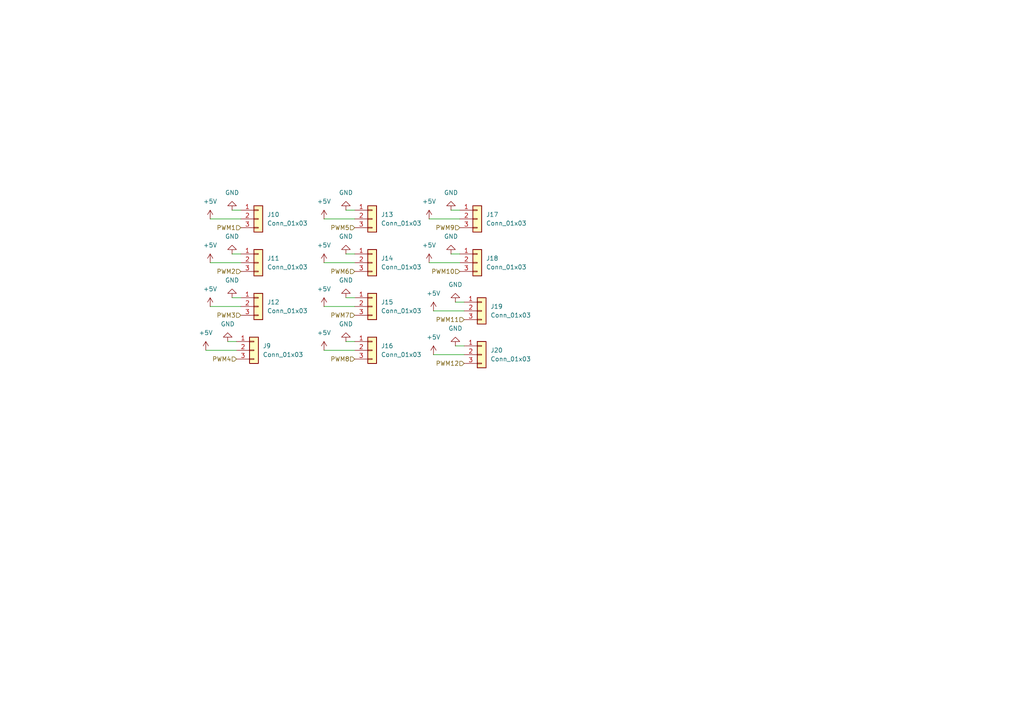
<source format=kicad_sch>
(kicad_sch (version 20250114) (generator "eeschema") (generator_version "9.0")
  (paper "A4")
  (lib_symbols
    (symbol "Connector_Generic:Conn_01x03" (pin_names (offset 1.016) (hide yes))
      (property "Reference" "J" (at 0 5.08 0))
      (property "Value" "Conn_01x03" (at 0 -5.08 0))
      (symbol "Conn_01x03_1_1"
        (rectangle (start -1.27 3.81) (end 1.27 -3.81) (stroke (width 0.254)) (fill (type background)))
        (rectangle (start -1.27 2.667) (end 0 2.413) (stroke (width 0.1524)))
        (rectangle (start -1.27 0.127) (end 0 -0.127) (stroke (width 0.1524)))
        (rectangle (start -1.27 -2.413) (end 0 -2.667) (stroke (width 0.1524)))
        (pin passive line (at -5.08 2.54 0) (length 3.81) (name "Pin_1") (number "1"))
        (pin passive line (at -5.08 0 0) (length 3.81) (name "Pin_2") (number "2"))
        (pin passive line (at -5.08 -2.54 0) (length 3.81) (name "Pin_3") (number "3"))
      )
    )
    (symbol "power:+5V" (power) (pin_numbers (hide yes)) (pin_names (offset 0) (hide yes))
      (property "Value" "+5V" (at 0 3.556 0))
      (symbol "+5V_0_1"
        (polyline (pts (xy -0.762 1.27) (xy 0 2.54)))
        (polyline (pts (xy 0 2.54) (xy 0.762 1.27)))
        (polyline (pts (xy 0 0) (xy 0 2.54)))
      )
      (symbol "+5V_1_1"
        (pin power_in line (at 0 0 90) (length 0) (name "~") (number "1"))
      )
    )
    (symbol "power:GND" (power) (pin_numbers (hide yes)) (pin_names (offset 0) (hide yes))
      (property "Value" "GND" (at 0 -3.81 0))
      (symbol "GND_0_1"
        (polyline (pts (xy 0 0) (xy 0 -1.27) (xy 1.27 -1.27) (xy 0 -2.54) (xy -1.27 -1.27) (xy 0 -1.27)))
      )
      (symbol "GND_1_1"
        (pin power_in line (at 0 0 270) (length 0) (name "~") (number "1"))
      )
    )
  )
  (wire (pts (xy 132.08 87.63) (xy 134.62 87.63)))
  (wire (pts (xy 67.31 86.36) (xy 69.85 86.36)))
  (wire (pts (xy 60.96 63.5) (xy 69.85 63.5)))
  (wire (pts (xy 132.08 100.33) (xy 134.62 100.33)))
  (wire (pts (xy 100.33 60.96) (xy 102.87 60.96)))
  (wire (pts (xy 66.04 99.06) (xy 68.58 99.06)))
  (wire (pts (xy 67.31 73.66) (xy 69.85 73.66)))
  (wire (pts (xy 93.98 88.9) (xy 102.87 88.9)))
  (wire (pts (xy 100.33 73.66) (xy 102.87 73.66)))
  (wire (pts (xy 93.98 63.5) (xy 102.87 63.5)))
  (wire (pts (xy 100.33 86.36) (xy 102.87 86.36)))
  (wire (pts (xy 60.96 76.2) (xy 69.85 76.2)))
  (wire (pts (xy 67.31 60.96) (xy 69.85 60.96)))
  (wire (pts (xy 124.46 76.2) (xy 133.35 76.2)))
  (wire (pts (xy 125.73 90.17) (xy 134.62 90.17)))
  (wire (pts (xy 130.81 60.96) (xy 133.35 60.96)))
  (wire (pts (xy 130.81 73.66) (xy 133.35 73.66)))
  (wire (pts (xy 93.98 101.6) (xy 102.87 101.6)))
  (wire (pts (xy 93.98 76.2) (xy 102.87 76.2)))
  (wire (pts (xy 100.33 99.06) (xy 102.87 99.06)))
  (wire (pts (xy 59.69 101.6) (xy 68.58 101.6)))
  (wire (pts (xy 125.73 102.87) (xy 134.62 102.87)))
  (wire (pts (xy 124.46 63.5) (xy 133.35 63.5)))
  (wire (pts (xy 60.96 88.9) (xy 69.85 88.9)))
  (hierarchical_label "PWM10" (shape input) (at 133.35 78.74 180))
  (hierarchical_label "PWM4" (shape input) (at 68.58 104.14 180))
  (hierarchical_label "PWM8" (shape input) (at 102.87 104.14 180))
  (hierarchical_label "PWM12" (shape input) (at 134.62 105.41 180))
  (hierarchical_label "PWM6" (shape input) (at 102.87 78.74 180))
  (hierarchical_label "PWM1" (shape input) (at 69.85 66.04 180))
  (hierarchical_label "PWM2" (shape input) (at 69.85 78.74 180))
  (hierarchical_label "PWM11" (shape input) (at 134.62 92.71 180))
  (hierarchical_label "PWM3" (shape input) (at 69.85 91.44 180))
  (hierarchical_label "PWM7" (shape input) (at 102.87 91.44 180))
  (hierarchical_label "PWM9" (shape input) (at 133.35 66.04 180))
  (hierarchical_label "PWM5" (shape input) (at 102.87 66.04 180))
  (symbol (lib_id "Connector_Generic:Conn_01x03") (at 139.7 90.17 0) (unit 1)
    (property "Reference" "J19" (at 142.24 88.8999 0) (effects (justify left)))
    (property "Value" "Conn_01x03" (at 142.24 91.4399 0) (effects (justify left)))
    (property "Footprint" "Connector_JST:JST_EH_B3B-EH-A_1x03_P2.50mm_Vertical" (effects (hide yes)))
    (property "Description" "Generic connector, single row, 01x03, script generated (kicad-library-utils/schlib/autogen/connector/)" (effects (hide yes)))
  )
  (symbol (lib_id "power:GND") (at 130.81 73.66 180) (unit 1)
    (property "Reference" "#PWR041" (effects (hide yes)))
    (property "Value" "GND" (at 130.81 68.58 0))
    (property "Description" "Power symbol creates a global label with name \"GND\" , ground" (effects (hide yes)))
  )
  (symbol (lib_id "power:GND") (at 66.04 99.06 180) (unit 1)
    (property "Reference" "#PWR024" (effects (hide yes)))
    (property "Value" "GND" (at 66.04 93.98 0))
    (property "Description" "Power symbol creates a global label with name \"GND\" , ground" (effects (hide yes)))
  )
  (symbol (lib_id "power:+5V") (at 125.73 90.17 0) (unit 1)
    (property "Reference" "#PWR038" (effects (hide yes)))
    (property "Value" "+5V" (at 125.73 85.09 0))
    (property "Description" "Power symbol creates a global label with name \"+5V\"" (effects (hide yes)))
  )
  (symbol (lib_id "Connector_Generic:Conn_01x03") (at 73.66 101.6 0) (unit 1)
    (property "Reference" "J9" (at 76.2 100.3299 0) (effects (justify left)))
    (property "Value" "Conn_01x03" (at 76.2 102.8699 0) (effects (justify left)))
    (property "Footprint" "Connector_JST:JST_EH_B3B-EH-A_1x03_P2.50mm_Vertical" (effects (hide yes)))
    (property "Description" "Generic connector, single row, 01x03, script generated (kicad-library-utils/schlib/autogen/connector/)" (effects (hide yes)))
  )
  (symbol (lib_id "power:GND") (at 100.33 99.06 180) (unit 1)
    (property "Reference" "#PWR035" (effects (hide yes)))
    (property "Value" "GND" (at 100.33 93.98 0))
    (property "Description" "Power symbol creates a global label with name \"GND\" , ground" (effects (hide yes)))
  )
  (symbol (lib_id "Connector_Generic:Conn_01x03") (at 74.93 88.9 0) (unit 1)
    (property "Reference" "J12" (at 77.47 87.6299 0) (effects (justify left)))
    (property "Value" "Conn_01x03" (at 77.47 90.1699 0) (effects (justify left)))
    (property "Footprint" "Connector_JST:JST_EH_B3B-EH-A_1x03_P2.50mm_Vertical" (effects (hide yes)))
    (property "Description" "Generic connector, single row, 01x03, script generated (kicad-library-utils/schlib/autogen/connector/)" (effects (hide yes)))
  )
  (symbol (lib_id "Connector_Generic:Conn_01x03") (at 107.95 101.6 0) (unit 1)
    (property "Reference" "J16" (at 110.49 100.3299 0) (effects (justify left)))
    (property "Value" "Conn_01x03" (at 110.49 102.8699 0) (effects (justify left)))
    (property "Footprint" "Connector_JST:JST_EH_B3B-EH-A_1x03_P2.50mm_Vertical" (effects (hide yes)))
    (property "Description" "Generic connector, single row, 01x03, script generated (kicad-library-utils/schlib/autogen/connector/)" (effects (hide yes)))
  )
  (symbol (lib_id "power:+5V") (at 124.46 63.5 0) (unit 1)
    (property "Reference" "#PWR036" (effects (hide yes)))
    (property "Value" "+5V" (at 124.46 58.42 0))
    (property "Description" "Power symbol creates a global label with name \"+5V\"" (effects (hide yes)))
  )
  (symbol (lib_id "power:GND") (at 100.33 73.66 180) (unit 1)
    (property "Reference" "#PWR033" (effects (hide yes)))
    (property "Value" "GND" (at 100.33 68.58 0))
    (property "Description" "Power symbol creates a global label with name \"GND\" , ground" (effects (hide yes)))
  )
  (symbol (lib_id "power:GND") (at 100.33 60.96 180) (unit 1)
    (property "Reference" "#PWR032" (effects (hide yes)))
    (property "Value" "GND" (at 100.33 55.88 0))
    (property "Description" "Power symbol creates a global label with name \"GND\" , ground" (effects (hide yes)))
  )
  (symbol (lib_id "power:+5V") (at 60.96 88.9 0) (unit 1)
    (property "Reference" "#PWR023" (effects (hide yes)))
    (property "Value" "+5V" (at 60.96 83.82 0))
    (property "Description" "Power symbol creates a global label with name \"+5V\"" (effects (hide yes)))
  )
  (symbol (lib_id "Connector_Generic:Conn_01x03") (at 107.95 76.2 0) (unit 1)
    (property "Reference" "J14" (at 110.49 74.9299 0) (effects (justify left)))
    (property "Value" "Conn_01x03" (at 110.49 77.4699 0) (effects (justify left)))
    (property "Footprint" "Connector_JST:JST_EH_B3B-EH-A_1x03_P2.50mm_Vertical" (effects (hide yes)))
    (property "Description" "Generic connector, single row, 01x03, script generated (kicad-library-utils/schlib/autogen/connector/)" (effects (hide yes)))
  )
  (symbol (lib_id "power:+5V") (at 60.96 76.2 0) (unit 1)
    (property "Reference" "#PWR022" (effects (hide yes)))
    (property "Value" "+5V" (at 60.96 71.12 0))
    (property "Description" "Power symbol creates a global label with name \"+5V\"" (effects (hide yes)))
  )
  (symbol (lib_id "power:GND") (at 100.33 86.36 180) (unit 1)
    (property "Reference" "#PWR034" (effects (hide yes)))
    (property "Value" "GND" (at 100.33 81.28 0))
    (property "Description" "Power symbol creates a global label with name \"GND\" , ground" (effects (hide yes)))
  )
  (symbol (lib_id "Connector_Generic:Conn_01x03") (at 138.43 63.5 0) (unit 1)
    (property "Reference" "J17" (at 140.97 62.2299 0) (effects (justify left)))
    (property "Value" "Conn_01x03" (at 140.97 64.7699 0) (effects (justify left)))
    (property "Footprint" "Connector_JST:JST_EH_B3B-EH-A_1x03_P2.50mm_Vertical" (effects (hide yes)))
    (property "Description" "Generic connector, single row, 01x03, script generated (kicad-library-utils/schlib/autogen/connector/)" (effects (hide yes)))
  )
  (symbol (lib_id "power:+5V") (at 60.96 63.5 0) (unit 1)
    (property "Reference" "#PWR021" (effects (hide yes)))
    (property "Value" "+5V" (at 60.96 58.42 0))
    (property "Description" "Power symbol creates a global label with name \"+5V\"" (effects (hide yes)))
  )
  (symbol (lib_id "Connector_Generic:Conn_01x03") (at 107.95 88.9 0) (unit 1)
    (property "Reference" "J15" (at 110.49 87.6299 0) (effects (justify left)))
    (property "Value" "Conn_01x03" (at 110.49 90.1699 0) (effects (justify left)))
    (property "Footprint" "Connector_JST:JST_EH_B3B-EH-A_1x03_P2.50mm_Vertical" (effects (hide yes)))
    (property "Description" "Generic connector, single row, 01x03, script generated (kicad-library-utils/schlib/autogen/connector/)" (effects (hide yes)))
  )
  (symbol (lib_id "power:GND") (at 132.08 100.33 180) (unit 1)
    (property "Reference" "#PWR043" (effects (hide yes)))
    (property "Value" "GND" (at 132.08 95.25 0))
    (property "Description" "Power symbol creates a global label with name \"GND\" , ground" (effects (hide yes)))
  )
  (symbol (lib_id "power:GND") (at 67.31 86.36 180) (unit 1)
    (property "Reference" "#PWR027" (effects (hide yes)))
    (property "Value" "GND" (at 67.31 81.28 0))
    (property "Description" "Power symbol creates a global label with name \"GND\" , ground" (effects (hide yes)))
  )
  (symbol (lib_id "power:+5V") (at 93.98 88.9 0) (unit 1)
    (property "Reference" "#PWR030" (effects (hide yes)))
    (property "Value" "+5V" (at 93.98 83.82 0))
    (property "Description" "Power symbol creates a global label with name \"+5V\"" (effects (hide yes)))
  )
  (symbol (lib_id "power:+5V") (at 93.98 63.5 0) (unit 1)
    (property "Reference" "#PWR028" (effects (hide yes)))
    (property "Value" "+5V" (at 93.98 58.42 0))
    (property "Description" "Power symbol creates a global label with name \"+5V\"" (effects (hide yes)))
  )
  (symbol (lib_id "power:GND") (at 130.81 60.96 180) (unit 1)
    (property "Reference" "#PWR040" (effects (hide yes)))
    (property "Value" "GND" (at 130.81 55.88 0))
    (property "Description" "Power symbol creates a global label with name \"GND\" , ground" (effects (hide yes)))
  )
  (symbol (lib_id "Connector_Generic:Conn_01x03") (at 107.95 63.5 0) (unit 1)
    (property "Reference" "J13" (at 110.49 62.2299 0) (effects (justify left)))
    (property "Value" "Conn_01x03" (at 110.49 64.7699 0) (effects (justify left)))
    (property "Footprint" "Connector_JST:JST_EH_B3B-EH-A_1x03_P2.50mm_Vertical" (effects (hide yes)))
    (property "Description" "Generic connector, single row, 01x03, script generated (kicad-library-utils/schlib/autogen/connector/)" (effects (hide yes)))
  )
  (symbol (lib_id "Connector_Generic:Conn_01x03") (at 139.7 102.87 0) (unit 1)
    (property "Reference" "J20" (at 142.24 101.5999 0) (effects (justify left)))
    (property "Value" "Conn_01x03" (at 142.24 104.1399 0) (effects (justify left)))
    (property "Footprint" "Connector_JST:JST_EH_B3B-EH-A_1x03_P2.50mm_Vertical" (effects (hide yes)))
    (property "Description" "Generic connector, single row, 01x03, script generated (kicad-library-utils/schlib/autogen/connector/)" (effects (hide yes)))
  )
  (symbol (lib_id "Connector_Generic:Conn_01x03") (at 138.43 76.2 0) (unit 1)
    (property "Reference" "J18" (at 140.97 74.9299 0) (effects (justify left)))
    (property "Value" "Conn_01x03" (at 140.97 77.4699 0) (effects (justify left)))
    (property "Footprint" "Connector_JST:JST_EH_B3B-EH-A_1x03_P2.50mm_Vertical" (effects (hide yes)))
    (property "Description" "Generic connector, single row, 01x03, script generated (kicad-library-utils/schlib/autogen/connector/)" (effects (hide yes)))
  )
  (symbol (lib_id "power:GND") (at 67.31 73.66 180) (unit 1)
    (property "Reference" "#PWR026" (effects (hide yes)))
    (property "Value" "GND" (at 67.31 68.58 0))
    (property "Description" "Power symbol creates a global label with name \"GND\" , ground" (effects (hide yes)))
  )
  (symbol (lib_id "power:GND") (at 132.08 87.63 180) (unit 1)
    (property "Reference" "#PWR042" (effects (hide yes)))
    (property "Value" "GND" (at 132.08 82.55 0))
    (property "Description" "Power symbol creates a global label with name \"GND\" , ground" (effects (hide yes)))
  )
  (symbol (lib_id "Connector_Generic:Conn_01x03") (at 74.93 63.5 0) (unit 1)
    (property "Reference" "J10" (at 77.47 62.2299 0) (effects (justify left)))
    (property "Value" "Conn_01x03" (at 77.47 64.7699 0) (effects (justify left)))
    (property "Footprint" "Connector_JST:JST_EH_B3B-EH-A_1x03_P2.50mm_Vertical" (effects (hide yes)))
    (property "Description" "Generic connector, single row, 01x03, script generated (kicad-library-utils/schlib/autogen/connector/)" (effects (hide yes)))
  )
  (symbol (lib_id "power:+5V") (at 125.73 102.87 0) (unit 1)
    (property "Reference" "#PWR039" (effects (hide yes)))
    (property "Value" "+5V" (at 125.73 97.79 0))
    (property "Description" "Power symbol creates a global label with name \"+5V\"" (effects (hide yes)))
  )
  (symbol (lib_id "power:+5V") (at 59.69 101.6 0) (unit 1)
    (property "Reference" "#PWR020" (effects (hide yes)))
    (property "Value" "+5V" (at 59.69 96.52 0))
    (property "Description" "Power symbol creates a global label with name \"+5V\"" (effects (hide yes)))
  )
  (symbol (lib_id "power:+5V") (at 93.98 76.2 0) (unit 1)
    (property "Reference" "#PWR029" (effects (hide yes)))
    (property "Value" "+5V" (at 93.98 71.12 0))
    (property "Description" "Power symbol creates a global label with name \"+5V\"" (effects (hide yes)))
  )
  (symbol (lib_id "power:GND") (at 67.31 60.96 180) (unit 1)
    (property "Reference" "#PWR025" (effects (hide yes)))
    (property "Value" "GND" (at 67.31 55.88 0))
    (property "Description" "Power symbol creates a global label with name \"GND\" , ground" (effects (hide yes)))
  )
  (symbol (lib_id "power:+5V") (at 93.98 101.6 0) (unit 1)
    (property "Reference" "#PWR031" (effects (hide yes)))
    (property "Value" "+5V" (at 93.98 96.52 0))
    (property "Description" "Power symbol creates a global label with name \"+5V\"" (effects (hide yes)))
  )
  (symbol (lib_id "power:+5V") (at 124.46 76.2 0) (unit 1)
    (property "Reference" "#PWR037" (effects (hide yes)))
    (property "Value" "+5V" (at 124.46 71.12 0))
    (property "Description" "Power symbol creates a global label with name \"+5V\"" (effects (hide yes)))
  )
  (symbol (lib_id "Connector_Generic:Conn_01x03") (at 74.93 76.2 0) (unit 1)
    (property "Reference" "J11" (at 77.47 74.9299 0) (effects (justify left)))
    (property "Value" "Conn_01x03" (at 77.47 77.4699 0) (effects (justify left)))
    (property "Footprint" "Connector_JST:JST_EH_B3B-EH-A_1x03_P2.50mm_Vertical" (effects (hide yes)))
    (property "Description" "Generic connector, single row, 01x03, script generated (kicad-library-utils/schlib/autogen/connector/)" (effects (hide yes)))
  )
)
</source>
